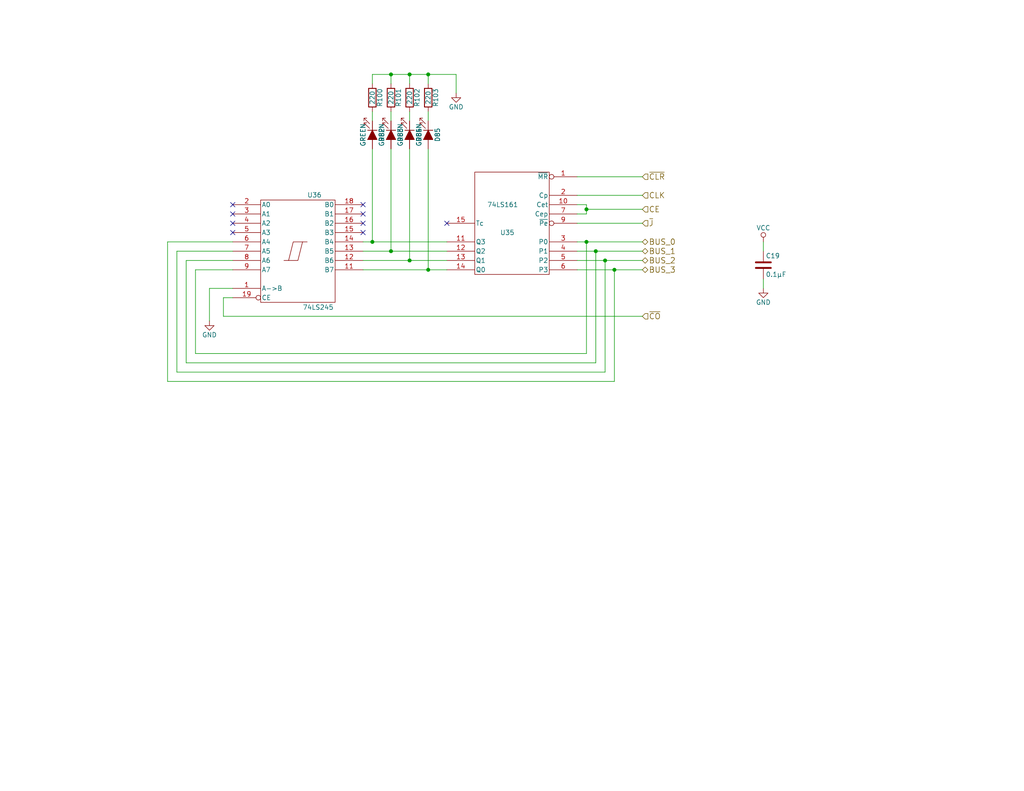
<source format=kicad_sch>
(kicad_sch (version 20231120) (generator "eeschema") (generator_version "8.0")
  (paper "USLetter")
  (lib_symbols
    (symbol "8bit-computer-rescue:74LS161-8bit-computer-rescue" (pin_names (offset 0.254))
      (property "Reference" "U" (at 1.27 2.54 0))
      (property "Value" "8bit-computer-rescue:74LS161" (at 2.54 -5.08 0))
      (symbol "74LS161-8bit-computer-rescue_0_0"
        (pin power_in line (at -7.62 13.97 90) (length 0) hide (name "VCC") (number "16"))
        (pin power_in line (at -7.62 -13.97 90) (length 0) hide (name "GND") (number "8"))
      )
      (symbol "74LS161-8bit-computer-rescue_0_1"
        (rectangle (start -10.16 13.97) (end 10.16 -13.97))
      )
      (symbol "74LS161-8bit-computer-rescue_1_1"
        (pin input inverted (at -17.78 -12.7 0) (length 7.62) (name "~{MR}") (number "1"))
        (pin input line (at -17.78 -5.08 0) (length 7.62) (name "Cet") (number "10"))
        (pin output line (at 17.78 5.08 180) (length 7.62) (name "Q3") (number "11"))
        (pin output line (at 17.78 7.62 180) (length 7.62) (name "Q2") (number "12"))
        (pin output line (at 17.78 10.16 180) (length 7.62) (name "Q1") (number "13"))
        (pin output line (at 17.78 12.7 180) (length 7.62) (name "Q0") (number "14"))
        (pin output line (at 17.78 0 180) (length 7.62) (name "Tc") (number "15"))
        (pin input line (at -17.78 -7.62 0) (length 7.62) (name "Cp") (number "2"))
        (pin input line (at -17.78 5.08 0) (length 7.62) (name "P0") (number "3"))
        (pin input line (at -17.78 7.62 0) (length 7.62) (name "P1") (number "4"))
        (pin input line (at -17.78 10.16 0) (length 7.62) (name "P2") (number "5"))
        (pin input line (at -17.78 12.7 0) (length 7.62) (name "P3") (number "6"))
        (pin input line (at -17.78 -2.54 0) (length 7.62) (name "Cep") (number "7"))
        (pin input inverted (at -17.78 0 0) (length 7.62) (name "~{Pe}") (number "9"))
      )
    )
    (symbol "8bit-computer-rescue:74LS245-8bit-computer-rescue" (pin_names (offset 0.254))
      (property "Reference" "U" (at 2.54 14.605 0))
      (property "Value" "8bit-computer-rescue:74LS245" (at 1.27 -14.605 0))
      (symbol "74LS245-8bit-computer-rescue_0_0"
        (pin power_in line (at 0 -13.97 90) (length 0) hide (name "GND") (number "10"))
        (pin power_in line (at 0 13.97 270) (length 0) hide (name "VCC") (number "20"))
      )
      (symbol "74LS245-8bit-computer-rescue_0_1"
        (rectangle (start -10.16 13.97) (end 10.16 -13.97))
        (polyline (pts (xy 1.27 2.54) (xy 0 -2.54) (xy -2.54 -2.54)))
        (polyline (pts (xy 2.54 2.54) (xy -1.27 2.54) (xy -2.54 -2.54) (xy -3.81 -2.54)))
      )
      (symbol "74LS245-8bit-computer-rescue_1_1"
        (pin input line (at -17.78 -10.16 0) (length 7.62) (name "A->B") (number "1"))
        (pin tri_state line (at 17.78 -5.08 180) (length 7.62) (name "B7") (number "11"))
        (pin tri_state line (at 17.78 -2.54 180) (length 7.62) (name "B6") (number "12"))
        (pin tri_state line (at 17.78 0 180) (length 7.62) (name "B5") (number "13"))
        (pin tri_state line (at 17.78 2.54 180) (length 7.62) (name "B4") (number "14"))
        (pin tri_state line (at 17.78 5.08 180) (length 7.62) (name "B3") (number "15"))
        (pin tri_state line (at 17.78 7.62 180) (length 7.62) (name "B2") (number "16"))
        (pin tri_state line (at 17.78 10.16 180) (length 7.62) (name "B1") (number "17"))
        (pin tri_state line (at 17.78 12.7 180) (length 7.62) (name "B0") (number "18"))
        (pin input inverted (at -17.78 -12.7 0) (length 7.62) (name "CE") (number "19"))
        (pin tri_state line (at -17.78 12.7 0) (length 7.62) (name "A0") (number "2"))
        (pin tri_state line (at -17.78 10.16 0) (length 7.62) (name "A1") (number "3"))
        (pin tri_state line (at -17.78 7.62 0) (length 7.62) (name "A2") (number "4"))
        (pin tri_state line (at -17.78 5.08 0) (length 7.62) (name "A3") (number "5"))
        (pin tri_state line (at -17.78 2.54 0) (length 7.62) (name "A4") (number "6"))
        (pin tri_state line (at -17.78 0 0) (length 7.62) (name "A5") (number "7"))
        (pin tri_state line (at -17.78 -2.54 0) (length 7.62) (name "A6") (number "8"))
        (pin tri_state line (at -17.78 -5.08 0) (length 7.62) (name "A7") (number "9"))
      )
    )
    (symbol "8bit-computer-rescue:GND-power" (power) (pin_names (offset 0))
      (property "Value" "power:GND" (at 0 -3.81 0))
      (symbol "GND-power_0_1"
        (polyline (pts (xy 0 0) (xy 0 -1.27) (xy 1.27 -1.27) (xy 0 -2.54) (xy -1.27 -1.27) (xy 0 -1.27)))
      )
      (symbol "GND-power_1_1"
        (pin power_in line (at 0 0 270) (length 0) hide (name "GND") (number "1"))
      )
    )
    (symbol "8bit-computer-rescue:LED_ALT-Device" (pin_numbers hide) (pin_names (offset 1.016) hide)
      (property "Reference" "D" (at 0 2.54 0))
      (property "Value" "Device:LED_ALT" (at 0 -2.54 0))
      (symbol "LED_ALT-Device_0_1"
        (polyline (pts (xy -1.27 -1.27) (xy -1.27 1.27)) (stroke (width 0.2032)))
        (polyline (pts (xy -1.27 0) (xy 1.27 0)))
        (polyline (pts (xy 1.27 -1.27) (xy 1.27 1.27) (xy -1.27 0) (xy 1.27 -1.27)) (stroke (width 0.2032)) (fill (type outline)))
        (polyline (pts (xy -3.048 -0.762) (xy -4.572 -2.286) (xy -3.81 -2.286) (xy -4.572 -2.286) (xy -4.572 -1.524)))
        (polyline (pts (xy -1.778 -0.762) (xy -3.302 -2.286) (xy -2.54 -2.286) (xy -3.302 -2.286) (xy -3.302 -1.524)))
      )
      (symbol "LED_ALT-Device_1_1"
        (pin passive line (at -3.81 0 0) (length 2.54) (name "K") (number "1"))
        (pin passive line (at 3.81 0 180) (length 2.54) (name "A") (number "2"))
      )
    )
    (symbol "8bit-computer-rescue:VCC-power" (power) (pin_names (offset 0))
      (property "Value" "power:VCC" (at 0 3.81 0))
      (symbol "VCC-power_0_1"
        (polyline (pts (xy 0 0) (xy 0 1.27)))
        (circle (center 0 1.905) (radius 0.635))
      )
      (symbol "VCC-power_1_1"
        (pin power_in line (at 0 0 90) (length 0) hide (name "VCC") (number "1"))
      )
    )
    (symbol "Device:C" (pin_numbers hide) (pin_names (offset 0.254))
      (property "Reference" "C" (at 0.635 2.54 0))
      (property "Value" "C" (at 0.635 -2.54 0))
      (symbol "C_0_1"
        (polyline (pts (xy -2.032 -0.762) (xy 2.032 -0.762)) (stroke (width 0.508)))
        (polyline (pts (xy -2.032 0.762) (xy 2.032 0.762)) (stroke (width 0.508)))
      )
      (symbol "C_1_1"
        (pin passive line (at 0 3.81 270) (length 2.794) (name "~") (number "1"))
        (pin passive line (at 0 -3.81 90) (length 2.794) (name "~") (number "2"))
      )
    )
    (symbol "Device:R" (pin_numbers hide) (pin_names (offset 0))
      (property "Reference" "R" (at 2.032 0 90))
      (property "Value" "R" (at 0 0 90))
      (symbol "R_0_1"
        (rectangle (start -1.016 -2.54) (end 1.016 2.54) (stroke (width 0.254)))
      )
      (symbol "R_1_1"
        (pin passive line (at 0 3.81 270) (length 1.27) (name "~") (number "1"))
        (pin passive line (at 0 -3.81 90) (length 1.27) (name "~") (number "2"))
      )
    )
  )
  (junction (at 160.02 57.15))
  (junction (at 106.68 20.32))
  (junction (at 160.02 66.04))
  (junction (at 116.84 73.66))
  (junction (at 167.64 73.66))
  (junction (at 111.76 20.32))
  (junction (at 111.76 71.12))
  (junction (at 101.6 66.04))
  (junction (at 116.84 20.32))
  (junction (at 165.1 71.12))
  (junction (at 162.56 68.58))
  (junction (at 106.68 68.58))
  (no_connect (at 63.5 58.42))
  (no_connect (at 99.06 55.88))
  (no_connect (at 63.5 60.96))
  (no_connect (at 63.5 55.88))
  (no_connect (at 121.92 60.96))
  (no_connect (at 99.06 63.5))
  (no_connect (at 99.06 58.42))
  (no_connect (at 99.06 60.96))
  (no_connect (at 63.5 63.5))
  (wire (pts (xy 106.68 22.86) (xy 106.68 20.32)))
  (wire (pts (xy 50.8 99.06) (xy 162.56 99.06)))
  (wire (pts (xy 111.76 20.32) (xy 111.76 22.86)))
  (wire (pts (xy 48.26 101.6) (xy 165.1 101.6)))
  (wire (pts (xy 167.64 73.66) (xy 175.26 73.66)))
  (wire (pts (xy 63.5 71.12) (xy 50.8 71.12)))
  (wire (pts (xy 116.84 33.02) (xy 116.84 30.48)))
  (wire (pts (xy 160.02 55.88) (xy 157.48 55.88)))
  (wire (pts (xy 111.76 20.32) (xy 116.84 20.32)))
  (wire (pts (xy 175.26 86.36) (xy 60.96 86.36)))
  (wire (pts (xy 48.26 68.58) (xy 48.26 101.6)))
  (wire (pts (xy 63.5 73.66) (xy 53.34 73.66)))
  (wire (pts (xy 99.06 66.04) (xy 101.6 66.04)))
  (wire (pts (xy 106.68 40.64) (xy 106.68 68.58)))
  (wire (pts (xy 106.68 33.02) (xy 106.68 30.48)))
  (wire (pts (xy 106.68 68.58) (xy 121.92 68.58)))
  (wire (pts (xy 99.06 73.66) (xy 116.84 73.66)))
  (wire (pts (xy 116.84 73.66) (xy 121.92 73.66)))
  (wire (pts (xy 53.34 96.52) (xy 160.02 96.52)))
  (wire (pts (xy 101.6 30.48) (xy 101.6 33.02)))
  (wire (pts (xy 157.48 48.26) (xy 175.26 48.26)))
  (wire (pts (xy 162.56 68.58) (xy 175.26 68.58)))
  (wire (pts (xy 116.84 20.32) (xy 124.46 20.32)))
  (wire (pts (xy 101.6 20.32) (xy 106.68 20.32)))
  (wire (pts (xy 57.15 78.74) (xy 63.5 78.74)))
  (wire (pts (xy 101.6 66.04) (xy 121.92 66.04)))
  (wire (pts (xy 157.48 66.04) (xy 160.02 66.04)))
  (wire (pts (xy 111.76 30.48) (xy 111.76 33.02)))
  (wire (pts (xy 53.34 73.66) (xy 53.34 96.52)))
  (wire (pts (xy 160.02 66.04) (xy 175.26 66.04)))
  (wire (pts (xy 175.26 60.96) (xy 157.48 60.96)))
  (wire (pts (xy 162.56 99.06) (xy 162.56 68.58)))
  (wire (pts (xy 160.02 55.88) (xy 160.02 57.15)))
  (wire (pts (xy 165.1 101.6) (xy 165.1 71.12)))
  (wire (pts (xy 106.68 20.32) (xy 111.76 20.32)))
  (wire (pts (xy 175.26 53.34) (xy 157.48 53.34)))
  (wire (pts (xy 116.84 22.86) (xy 116.84 20.32)))
  (wire (pts (xy 208.28 66.04) (xy 208.28 68.58)))
  (wire (pts (xy 160.02 58.42) (xy 157.48 58.42)))
  (wire (pts (xy 60.96 86.36) (xy 60.96 81.28)))
  (wire (pts (xy 63.5 68.58) (xy 48.26 68.58)))
  (wire (pts (xy 45.72 66.04) (xy 45.72 104.14)))
  (wire (pts (xy 208.28 76.2) (xy 208.28 78.74)))
  (wire (pts (xy 160.02 96.52) (xy 160.02 66.04)))
  (wire (pts (xy 60.96 81.28) (xy 63.5 81.28)))
  (wire (pts (xy 63.5 66.04) (xy 45.72 66.04)))
  (wire (pts (xy 165.1 71.12) (xy 175.26 71.12)))
  (wire (pts (xy 160.02 57.15) (xy 160.02 58.42)))
  (wire (pts (xy 124.46 20.32) (xy 124.46 25.4)))
  (wire (pts (xy 167.64 104.14) (xy 167.64 73.66)))
  (wire (pts (xy 45.72 104.14) (xy 167.64 104.14)))
  (wire (pts (xy 116.84 40.64) (xy 116.84 73.66)))
  (wire (pts (xy 157.48 73.66) (xy 167.64 73.66)))
  (wire (pts (xy 57.15 87.63) (xy 57.15 78.74)))
  (wire (pts (xy 160.02 57.15) (xy 175.26 57.15)))
  (wire (pts (xy 157.48 68.58) (xy 162.56 68.58)))
  (wire (pts (xy 111.76 40.64) (xy 111.76 71.12)))
  (wire (pts (xy 99.06 68.58) (xy 106.68 68.58)))
  (wire (pts (xy 157.48 71.12) (xy 165.1 71.12)))
  (wire (pts (xy 99.06 71.12) (xy 111.76 71.12)))
  (wire (pts (xy 111.76 71.12) (xy 121.92 71.12)))
  (wire (pts (xy 101.6 22.86) (xy 101.6 20.32)))
  (wire (pts (xy 50.8 71.12) (xy 50.8 99.06)))
  (wire (pts (xy 101.6 66.04) (xy 101.6 40.64)))
  (hierarchical_label "~{J}" (shape input) (at 175.26 60.96 0) (effects (font (size 1.524 1.524))))
  (hierarchical_label "BUS_3" (shape bidirectional) (at 175.26 73.66 0) (effects (font (size 1.524 1.524))))
  (hierarchical_label "BUS_0" (shape bidirectional) (at 175.26 66.04 0) (effects (font (size 1.524 1.524))))
  (hierarchical_label "BUS_1" (shape bidirectional) (at 175.26 68.58 0) (effects (font (size 1.524 1.524))))
  (hierarchical_label "BUS_2" (shape bidirectional) (at 175.26 71.12 0) (effects (font (size 1.524 1.524))))
  (hierarchical_label "CLK" (shape input) (at 175.26 53.34 0) (effects (font (size 1.524 1.524))))
  (hierarchical_label "CE" (shape input) (at 175.26 57.15 0) (effects (font (size 1.524 1.524))))
  (hierarchical_label "~{CO}" (shape input) (at 175.26 86.36 0) (effects (font (size 1.524 1.524))))
  (hierarchical_label "~{CLR}" (shape input) (at 175.26 48.26 0) (effects (font (size 1.524 1.524))))
  (symbol (lib_id "8bit-computer-rescue:74LS161-8bit-computer-rescue") (at 139.7 60.96 180) (unit 1)
    (property "Reference" "U35" (at 138.43 63.5 0))
    (property "Value" "74LS161" (at 137.16 55.88 0))
    (property "Footprint" "Package_DIP:DIP-16_W7.62mm" (effects (hide yes)))
  )
  (symbol (lib_id "8bit-computer-rescue:74LS245-8bit-computer-rescue") (at 81.28 68.58 0) (unit 1)
    (property "Reference" "U36" (at 83.82 53.975 0) (effects (justify left bottom)))
    (property "Value" "74LS245" (at 82.55 83.185 0) (effects (justify left top)))
    (property "Footprint" "Package_DIP:DIP-20_W7.62mm" (effects (hide yes)))
  )
  (symbol (lib_id "8bit-computer-rescue:GND-power") (at 57.15 87.63 0) (unit 1)
    (property "Reference" "#PWR055" (effects (hide yes)))
    (property "Value" "GND" (at 57.15 91.44 0))
  )
  (symbol (lib_id "Device:C") (at 208.28 72.39 0) (unit 1)
    (property "Reference" "C19" (at 208.915 69.85 0) (effects (justify left)))
    (property "Value" "0.1µF" (at 208.915 74.93 0) (effects (justify left)))
    (property "Footprint" "Capacitor_THT:C_Disc_D4.3mm_W1.9mm_P5.00mm" (effects (hide yes)))
  )
  (symbol (lib_id "8bit-computer-rescue:GND-power") (at 208.28 78.74 0) (unit 1)
    (property "Reference" "#PWR056" (effects (hide yes)))
    (property "Value" "GND" (at 208.28 82.55 0))
  )
  (symbol (lib_id "8bit-computer-rescue:VCC-power") (at 208.28 66.04 0) (unit 1)
    (property "Reference" "#PWR057" (effects (hide yes)))
    (property "Value" "VCC" (at 208.28 62.23 0))
  )
  (symbol (lib_id "8bit-computer-rescue:LED_ALT-Device") (at 101.6 36.83 270) (unit 1)
    (property "Reference" "D82" (at 104.14 36.83 0))
    (property "Value" "GREEN" (at 99.06 36.83 0))
    (property "Footprint" "LED_THT:LED_D5.0mm" (effects (hide yes)))
  )
  (symbol (lib_id "8bit-computer-rescue:LED_ALT-Device") (at 106.68 36.83 270) (unit 1)
    (property "Reference" "D83" (at 109.22 36.83 0))
    (property "Value" "GREEN" (at 104.14 36.83 0))
    (property "Footprint" "LED_THT:LED_D5.0mm" (effects (hide yes)))
  )
  (symbol (lib_id "8bit-computer-rescue:LED_ALT-Device") (at 111.76 36.83 270) (unit 1)
    (property "Reference" "D84" (at 114.3 36.83 0))
    (property "Value" "GREEN" (at 109.22 36.83 0))
    (property "Footprint" "LED_THT:LED_D5.0mm" (effects (hide yes)))
  )
  (symbol (lib_id "8bit-computer-rescue:LED_ALT-Device") (at 116.84 36.83 270) (unit 1)
    (property "Reference" "D85" (at 119.38 36.83 0))
    (property "Value" "GREEN" (at 114.3 36.83 0))
    (property "Footprint" "LED_THT:LED_D5.0mm" (effects (hide yes)))
  )
  (symbol (lib_id "Device:R") (at 101.6 26.67 0) (unit 1)
    (property "Reference" "R100" (at 103.632 26.67 90))
    (property "Value" "220" (at 101.6 26.67 90))
    (property "Footprint" "Resistor_THT:R_Axial_DIN0207_L6.3mm_D2.5mm_P7.62mm_Horizontal" (effects (hide yes)))
  )
  (symbol (lib_id "Device:R") (at 106.68 26.67 0) (unit 1)
    (property "Reference" "R101" (at 108.712 26.67 90))
    (property "Value" "220" (at 106.68 26.67 90))
    (property "Footprint" "Resistor_THT:R_Axial_DIN0207_L6.3mm_D2.5mm_P7.62mm_Horizontal" (effects (hide yes)))
  )
  (symbol (lib_id "Device:R") (at 111.76 26.67 0) (unit 1)
    (property "Reference" "R102" (at 113.792 26.67 90))
    (property "Value" "220" (at 111.76 26.67 90))
    (property "Footprint" "Resistor_THT:R_Axial_DIN0207_L6.3mm_D2.5mm_P7.62mm_Horizontal" (effects (hide yes)))
  )
  (symbol (lib_id "Device:R") (at 116.84 26.67 0) (unit 1)
    (property "Reference" "R103" (at 118.872 26.67 90))
    (property "Value" "220" (at 116.84 26.67 90))
    (property "Footprint" "Resistor_THT:R_Axial_DIN0207_L6.3mm_D2.5mm_P7.62mm_Horizontal" (effects (hide yes)))
  )
  (symbol (lib_id "8bit-computer-rescue:GND-power") (at 124.46 25.4 0) (unit 1)
    (property "Reference" "#PWR058" (effects (hide yes)))
    (property "Value" "GND" (at 124.46 29.21 0))
  )
)
</source>
